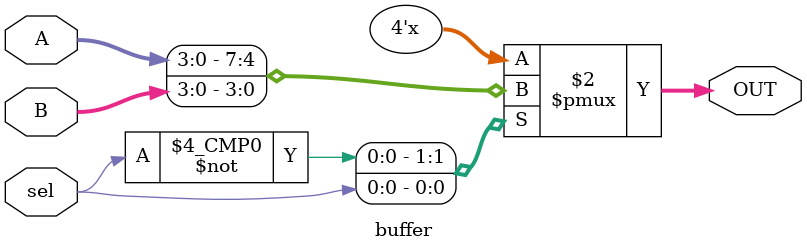
<source format=v>
module buffer #(parameter W = 4)(
input [W-1:0] A, B, 
input sel,
output reg [W-1:0] OUT
    );

always @ (A, B, sel)
begin
    case (sel)
        1'b0: OUT = A;
        1'b1: OUT = B;
    endcase
end
    
endmodule

</source>
